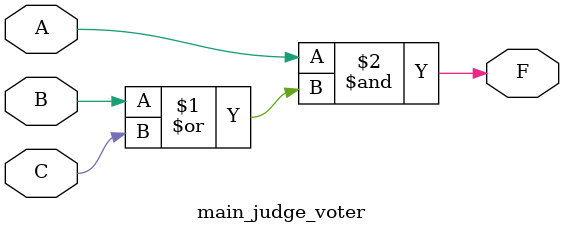
<source format=v>
`timescale 1ns/10ps
module main_judge_voter(A, B, C, F);
    // A is the main judge
    // B and C are the secondary judges
    input A, B, C;
    output F;
    assign F = A & (B | C);
endmodule

</source>
